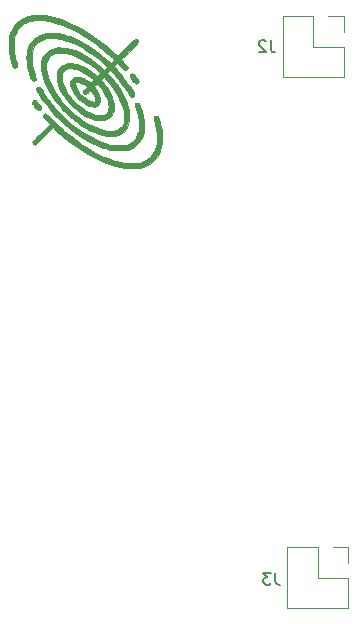
<source format=gbr>
%TF.GenerationSoftware,KiCad,Pcbnew,(5.1.10)-1*%
%TF.CreationDate,2021-12-27T15:37:09-03:00*%
%TF.ProjectId,pwr_supply,7077725f-7375-4707-906c-792e6b696361,rev?*%
%TF.SameCoordinates,Original*%
%TF.FileFunction,Legend,Bot*%
%TF.FilePolarity,Positive*%
%FSLAX46Y46*%
G04 Gerber Fmt 4.6, Leading zero omitted, Abs format (unit mm)*
G04 Created by KiCad (PCBNEW (5.1.10)-1) date 2021-12-27 15:37:09*
%MOMM*%
%LPD*%
G01*
G04 APERTURE LIST*
%ADD10C,0.010000*%
%ADD11C,0.120000*%
%ADD12C,0.150000*%
G04 APERTURE END LIST*
D10*
%TO.C,G\u002A\u002A\u002A*%
G36*
X134750278Y-66373152D02*
G01*
X134689484Y-66304002D01*
X134598385Y-66270483D01*
X134567725Y-66268600D01*
X134543686Y-66270835D01*
X134516959Y-66279708D01*
X134483900Y-66298469D01*
X134440864Y-66330371D01*
X134384209Y-66378666D01*
X134310289Y-66446603D01*
X134215461Y-66537435D01*
X134096082Y-66654414D01*
X133948506Y-66800791D01*
X133769090Y-66979817D01*
X133756006Y-66992895D01*
X133031389Y-67717189D01*
X132750050Y-67455338D01*
X132193982Y-66959751D01*
X131630494Y-66500590D01*
X131062001Y-66079207D01*
X130490919Y-65696959D01*
X129919665Y-65355200D01*
X129350655Y-65055284D01*
X128786306Y-64798566D01*
X128229033Y-64586401D01*
X127681252Y-64420143D01*
X127145381Y-64301148D01*
X127114300Y-64295652D01*
X126977313Y-64276074D01*
X126821657Y-64262599D01*
X126637338Y-64254636D01*
X126414359Y-64251599D01*
X126365000Y-64251530D01*
X126130051Y-64254513D01*
X125933472Y-64264537D01*
X125763105Y-64283435D01*
X125606787Y-64313039D01*
X125452358Y-64355180D01*
X125287657Y-64411692D01*
X125277976Y-64415284D01*
X124973939Y-64554371D01*
X124701272Y-64732808D01*
X124461379Y-64948927D01*
X124255660Y-65201058D01*
X124085516Y-65487535D01*
X123952351Y-65806688D01*
X123872537Y-66088090D01*
X123845304Y-66244836D01*
X123825436Y-66437938D01*
X123813316Y-66653434D01*
X123809329Y-66877362D01*
X123813858Y-67095761D01*
X123827286Y-67294668D01*
X123837058Y-67379516D01*
X123911314Y-67816288D01*
X124017000Y-68249717D01*
X124095435Y-68510637D01*
X124147869Y-68615343D01*
X124220985Y-68681094D01*
X124306748Y-68704783D01*
X124397120Y-68683301D01*
X124449870Y-68647733D01*
X124486161Y-68609923D01*
X124507534Y-68566057D01*
X124513788Y-68507757D01*
X124504724Y-68426644D01*
X124480142Y-68314338D01*
X124439843Y-68162460D01*
X124438170Y-68156413D01*
X124372230Y-67907766D01*
X124322564Y-67692205D01*
X124287117Y-67495440D01*
X124263835Y-67303178D01*
X124250662Y-67101129D01*
X124245545Y-66875001D01*
X124245286Y-66814700D01*
X124245700Y-66637389D01*
X124248112Y-66500360D01*
X124253382Y-66393111D01*
X124262372Y-66305136D01*
X124275944Y-66225932D01*
X124294957Y-66144994D01*
X124302550Y-66116200D01*
X124405191Y-65810742D01*
X124539403Y-65544159D01*
X124706974Y-65314169D01*
X124909694Y-65118492D01*
X125149353Y-64954846D01*
X125260100Y-64895788D01*
X125405545Y-64827575D01*
X125538639Y-64775345D01*
X125669962Y-64737091D01*
X125810090Y-64710805D01*
X125969602Y-64694480D01*
X126159075Y-64686108D01*
X126377700Y-64683691D01*
X126560496Y-64684101D01*
X126704487Y-64686486D01*
X126821661Y-64691834D01*
X126924002Y-64701136D01*
X127023499Y-64715379D01*
X127132136Y-64735553D01*
X127215900Y-64752859D01*
X127772605Y-64894168D01*
X128337722Y-65084121D01*
X128909356Y-65321620D01*
X129485610Y-65605565D01*
X130064585Y-65934860D01*
X130644386Y-66308405D01*
X131223116Y-66725101D01*
X131798877Y-67183851D01*
X132369772Y-67683555D01*
X132524500Y-67826917D01*
X132727700Y-68017456D01*
X132440920Y-68307428D01*
X132162885Y-68054925D01*
X131643180Y-67608022D01*
X131117551Y-67205516D01*
X130587917Y-66848592D01*
X130056197Y-66538432D01*
X129524310Y-66276221D01*
X128994176Y-66063140D01*
X128854200Y-66015049D01*
X128612400Y-65937690D01*
X128404254Y-65878342D01*
X128216804Y-65834821D01*
X128037090Y-65804943D01*
X127852155Y-65786522D01*
X127649039Y-65777376D01*
X127431800Y-65775279D01*
X127257988Y-65775968D01*
X127124885Y-65778028D01*
X127022398Y-65782448D01*
X126940439Y-65790218D01*
X126868917Y-65802326D01*
X126797741Y-65819762D01*
X126716821Y-65843515D01*
X126707900Y-65846246D01*
X126439215Y-65946003D01*
X126205549Y-66071710D01*
X125994896Y-66230112D01*
X125945891Y-66274243D01*
X125742392Y-66494193D01*
X125580130Y-66738178D01*
X125458217Y-67008485D01*
X125375761Y-67307406D01*
X125331872Y-67637230D01*
X125323600Y-67875218D01*
X125333893Y-68135800D01*
X125362749Y-68413376D01*
X125407130Y-68684261D01*
X125452986Y-68884800D01*
X125500652Y-69053378D01*
X125553308Y-69221869D01*
X125607841Y-69381840D01*
X125661137Y-69524859D01*
X125710079Y-69642491D01*
X125751555Y-69726304D01*
X125777530Y-69763603D01*
X125860427Y-69814573D01*
X125952956Y-69818508D01*
X126030752Y-69783937D01*
X126076545Y-69746575D01*
X126105407Y-69705221D01*
X126117069Y-69652145D01*
X126111262Y-69579620D01*
X126087720Y-69479916D01*
X126046173Y-69345305D01*
X126011979Y-69243063D01*
X125929945Y-68990303D01*
X125867631Y-68769367D01*
X125822342Y-68566489D01*
X125791385Y-68367905D01*
X125772068Y-68159850D01*
X125762953Y-67970400D01*
X125758656Y-67808893D01*
X125758442Y-67684951D01*
X125763177Y-67585442D01*
X125773728Y-67497234D01*
X125790961Y-67407193D01*
X125803801Y-67351295D01*
X125884297Y-67101037D01*
X125998980Y-66873376D01*
X126143139Y-66675028D01*
X126312060Y-66512708D01*
X126461951Y-66413257D01*
X126634582Y-66328656D01*
X126801952Y-66268587D01*
X126979667Y-66229093D01*
X127183333Y-66206217D01*
X127304800Y-66199571D01*
X127569183Y-66196444D01*
X127812704Y-66211091D01*
X128055540Y-66245745D01*
X128317869Y-66302641D01*
X128381985Y-66318825D01*
X128796281Y-66445424D01*
X129226831Y-66614410D01*
X129667916Y-66822368D01*
X130113819Y-67065884D01*
X130558822Y-67341542D01*
X130997206Y-67645926D01*
X131423256Y-67975622D01*
X131831251Y-68327213D01*
X131986925Y-68472084D01*
X132135150Y-68613146D01*
X131879353Y-68868943D01*
X131681227Y-68691777D01*
X131297520Y-68366364D01*
X130911416Y-68073259D01*
X130525464Y-67813319D01*
X130142217Y-67587404D01*
X129764225Y-67396370D01*
X129394038Y-67241076D01*
X129034208Y-67122380D01*
X128687285Y-67041139D01*
X128355820Y-66998212D01*
X128042364Y-66994456D01*
X127749468Y-67030729D01*
X127479682Y-67107889D01*
X127268160Y-67207566D01*
X127056314Y-67355898D01*
X126882473Y-67534978D01*
X126746078Y-67742483D01*
X126646572Y-67976089D01*
X126583400Y-68233474D01*
X126556004Y-68512313D01*
X126563826Y-68810284D01*
X126606311Y-69125063D01*
X126682901Y-69454327D01*
X126793039Y-69795753D01*
X126936168Y-70147016D01*
X127111731Y-70505795D01*
X127319172Y-70869766D01*
X127557933Y-71236604D01*
X127827457Y-71603988D01*
X128127188Y-71969594D01*
X128456569Y-72331097D01*
X128509504Y-72385857D01*
X128866757Y-72733484D01*
X129232570Y-73052933D01*
X129604183Y-73343132D01*
X129978836Y-73603005D01*
X130353769Y-73831480D01*
X130726223Y-74027481D01*
X131093437Y-74189936D01*
X131452652Y-74317770D01*
X131801108Y-74409908D01*
X132136046Y-74465279D01*
X132416941Y-74480728D01*
X132416941Y-74050273D01*
X132246788Y-74044397D01*
X132084344Y-74030528D01*
X131944044Y-74008868D01*
X131927600Y-74005361D01*
X131565274Y-73904837D01*
X131186689Y-73761816D01*
X130797906Y-73579436D01*
X130404986Y-73360833D01*
X130013989Y-73109145D01*
X129630978Y-72827509D01*
X129590800Y-72795795D01*
X129453497Y-72680609D01*
X129291891Y-72535154D01*
X129114493Y-72367938D01*
X128929814Y-72187474D01*
X128746364Y-72002270D01*
X128572654Y-71820839D01*
X128417194Y-71651689D01*
X128288494Y-71503333D01*
X128245206Y-71450200D01*
X127999851Y-71123201D01*
X127773973Y-70785686D01*
X127570806Y-70444054D01*
X127393584Y-70104702D01*
X127245538Y-69774029D01*
X127129903Y-69458431D01*
X127049911Y-69164307D01*
X127025848Y-69037200D01*
X127009920Y-68939946D01*
X126996032Y-68859527D01*
X126986902Y-68811609D01*
X126986210Y-68808600D01*
X126980804Y-68748915D01*
X126981723Y-68653594D01*
X126987843Y-68537251D01*
X126998035Y-68414501D01*
X127011174Y-68299958D01*
X127026132Y-68208236D01*
X127035401Y-68170590D01*
X127125163Y-67953517D01*
X127249028Y-67773607D01*
X127408407Y-67629506D01*
X127604708Y-67519861D01*
X127774700Y-67460072D01*
X127881368Y-67440761D01*
X128023633Y-67430047D01*
X128187060Y-67427728D01*
X128357213Y-67433604D01*
X128519657Y-67447473D01*
X128659957Y-67469133D01*
X128676400Y-67472640D01*
X129026492Y-67569269D01*
X129393999Y-67706263D01*
X129770923Y-67879999D01*
X130149264Y-68086855D01*
X130451532Y-68276377D01*
X130668770Y-68426621D01*
X130890763Y-68590684D01*
X131105258Y-68758951D01*
X131300004Y-68921808D01*
X131462749Y-69069641D01*
X131464145Y-69070984D01*
X131572190Y-69174963D01*
X131452400Y-69296582D01*
X131389254Y-69358083D01*
X131339445Y-69401817D01*
X131314015Y-69418200D01*
X131288070Y-69402683D01*
X131232820Y-69360810D01*
X131157262Y-69299596D01*
X131097160Y-69249044D01*
X130831479Y-69040207D01*
X130545195Y-68847315D01*
X130249674Y-68676823D01*
X129956279Y-68535187D01*
X129676376Y-68428859D01*
X129625068Y-68413006D01*
X129416456Y-68364023D01*
X129197558Y-68335280D01*
X128982642Y-68327363D01*
X128785972Y-68340857D01*
X128634541Y-68372342D01*
X128416189Y-68461940D01*
X128234511Y-68586348D01*
X128090286Y-68744424D01*
X127984296Y-68935028D01*
X127917324Y-69157018D01*
X127890150Y-69409253D01*
X127889550Y-69460210D01*
X127914663Y-69771931D01*
X127987617Y-70093871D01*
X128107084Y-70423488D01*
X128271733Y-70758242D01*
X128480235Y-71095593D01*
X128731260Y-71433000D01*
X129023479Y-71767923D01*
X129183756Y-71932800D01*
X129488366Y-72212729D01*
X129807510Y-72463038D01*
X130135250Y-72680224D01*
X130465649Y-72860783D01*
X130792767Y-73001211D01*
X131110667Y-73098004D01*
X131187072Y-73114786D01*
X131378234Y-73141628D01*
X131579516Y-73149519D01*
X131656803Y-73145413D01*
X131656803Y-72718441D01*
X131527508Y-72714948D01*
X131502595Y-72713812D01*
X131322848Y-72698385D01*
X131154640Y-72667542D01*
X130985600Y-72617500D01*
X130803357Y-72544477D01*
X130595540Y-72444690D01*
X130556000Y-72424391D01*
X130310876Y-72287523D01*
X130082375Y-72137444D01*
X129859467Y-71965823D01*
X129631124Y-71764334D01*
X129450961Y-71589900D01*
X129219699Y-71348007D01*
X129024555Y-71119052D01*
X128856933Y-70891865D01*
X128708238Y-70655272D01*
X128644928Y-70542240D01*
X128517150Y-70287632D01*
X128424098Y-70057012D01*
X128362764Y-69840357D01*
X128330138Y-69627645D01*
X128322720Y-69469000D01*
X128324198Y-69343641D01*
X128332107Y-69252473D01*
X128349041Y-69179036D01*
X128377594Y-69106867D01*
X128380919Y-69099663D01*
X128469123Y-68959760D01*
X128589160Y-68856181D01*
X128713053Y-68795103D01*
X128834036Y-68766648D01*
X128988726Y-68756871D01*
X129163951Y-68764892D01*
X129346536Y-68789826D01*
X129523308Y-68830790D01*
X129598033Y-68854422D01*
X129789084Y-68930384D01*
X129999744Y-69030082D01*
X130211363Y-69143830D01*
X130405289Y-69261945D01*
X130478745Y-69311771D01*
X130575959Y-69382719D01*
X130678948Y-69461832D01*
X130779163Y-69542058D01*
X130868054Y-69616341D01*
X130937072Y-69677627D01*
X130977667Y-69718862D01*
X130984371Y-69728963D01*
X130972482Y-69756908D01*
X130934658Y-69806776D01*
X130882380Y-69866128D01*
X130827126Y-69922526D01*
X130780378Y-69963529D01*
X130755455Y-69977000D01*
X130728112Y-69963016D01*
X130669799Y-69925429D01*
X130590431Y-69870784D01*
X130538494Y-69833737D01*
X130312092Y-69687141D01*
X130093069Y-69578069D01*
X129884899Y-69506640D01*
X129691053Y-69472977D01*
X129515003Y-69477200D01*
X129360224Y-69519428D01*
X129230186Y-69599783D01*
X129128362Y-69718386D01*
X129093015Y-69783528D01*
X129044110Y-69947198D01*
X129037732Y-70131355D01*
X129072120Y-70331611D01*
X129145509Y-70543577D01*
X129256136Y-70762863D01*
X129402237Y-70985081D01*
X129582047Y-71205843D01*
X129724317Y-71354503D01*
X129937581Y-71544499D01*
X130158028Y-71705082D01*
X130380174Y-71833891D01*
X130598537Y-71928565D01*
X130807633Y-71986744D01*
X131001978Y-72006068D01*
X131036243Y-72001760D01*
X131036243Y-71576474D01*
X130937081Y-71575041D01*
X130813763Y-71549238D01*
X130675479Y-71500768D01*
X130574080Y-71453951D01*
X130329424Y-71305942D01*
X130098040Y-71120976D01*
X129888235Y-70907996D01*
X129708315Y-70675947D01*
X129566586Y-70433771D01*
X129512169Y-70310483D01*
X129480986Y-70204485D01*
X129466651Y-70097889D01*
X129469545Y-70004981D01*
X129490048Y-69940049D01*
X129501939Y-69926169D01*
X129558345Y-69906693D01*
X129655930Y-69904423D01*
X129679477Y-69906076D01*
X129790912Y-69928919D01*
X129926198Y-69977013D01*
X130070072Y-70043199D01*
X130207269Y-70120317D01*
X130322523Y-70201210D01*
X130340100Y-70215913D01*
X130441700Y-70303776D01*
X130270250Y-70477576D01*
X130187588Y-70564169D01*
X130136024Y-70627100D01*
X130108823Y-70676604D01*
X130099245Y-70722916D01*
X130098800Y-70738001D01*
X130120600Y-70835910D01*
X130180376Y-70906208D01*
X130269691Y-70940308D01*
X130299441Y-70942200D01*
X130348060Y-70937217D01*
X130394812Y-70917661D01*
X130450362Y-70876624D01*
X130525377Y-70807198D01*
X130559124Y-70774001D01*
X130635159Y-70702794D01*
X130699623Y-70650223D01*
X130743322Y-70623406D01*
X130755188Y-70622221D01*
X130790333Y-70658091D01*
X130841741Y-70727592D01*
X130902300Y-70819251D01*
X130964901Y-70921596D01*
X131022432Y-71023153D01*
X131067783Y-71112451D01*
X131087066Y-71157690D01*
X131122441Y-71278173D01*
X131138213Y-71390903D01*
X131133922Y-71483818D01*
X131109109Y-71544855D01*
X131102062Y-71551832D01*
X131036243Y-71576474D01*
X131036243Y-72001760D01*
X131176089Y-71984175D01*
X131182817Y-71982336D01*
X131303343Y-71926761D01*
X131414081Y-71836964D01*
X131500315Y-71727111D01*
X131540763Y-71637754D01*
X131569768Y-71454673D01*
X131554616Y-71252599D01*
X131496469Y-71035489D01*
X131396489Y-70807302D01*
X131255840Y-70571994D01*
X131207264Y-70502507D01*
X131145709Y-70415452D01*
X131097401Y-70343684D01*
X131068888Y-70297116D01*
X131064000Y-70285546D01*
X131081293Y-70255685D01*
X131124878Y-70207260D01*
X131182316Y-70151752D01*
X131241168Y-70100640D01*
X131288996Y-70065406D01*
X131312038Y-70056630D01*
X131338515Y-70079284D01*
X131387903Y-70131549D01*
X131451075Y-70203611D01*
X131474175Y-70231000D01*
X131713356Y-70540791D01*
X131912356Y-70848257D01*
X132069832Y-71150327D01*
X132184438Y-71443931D01*
X132254831Y-71725999D01*
X132279666Y-71993460D01*
X132278187Y-72067167D01*
X132256479Y-72258908D01*
X132208866Y-72410971D01*
X132131532Y-72529423D01*
X132020661Y-72620334D01*
X131890948Y-72682898D01*
X131824920Y-72703498D01*
X131751406Y-72714985D01*
X131656803Y-72718441D01*
X131656803Y-73145413D01*
X131775469Y-73139107D01*
X131950645Y-73111043D01*
X132061003Y-73078064D01*
X132258339Y-72976992D01*
X132419973Y-72843046D01*
X132546111Y-72679288D01*
X132636961Y-72488777D01*
X132692727Y-72274575D01*
X132713615Y-72039742D01*
X132699833Y-71787340D01*
X132651587Y-71520428D01*
X132569081Y-71242068D01*
X132452523Y-70955319D01*
X132302118Y-70663244D01*
X132118074Y-70368903D01*
X131900595Y-70075356D01*
X131855005Y-70019312D01*
X131783479Y-69932497D01*
X131718665Y-69853526D01*
X131671624Y-69795883D01*
X131662103Y-69784110D01*
X131612506Y-69722497D01*
X131737021Y-69596082D01*
X131861535Y-69469666D01*
X131923023Y-69526483D01*
X131996154Y-69601151D01*
X132091727Y-69709261D01*
X132203190Y-69842539D01*
X132323991Y-69992715D01*
X132447580Y-70151515D01*
X132567404Y-70310667D01*
X132676912Y-70461900D01*
X132763172Y-70587311D01*
X132999708Y-70967905D01*
X133199952Y-71342556D01*
X133362522Y-71707612D01*
X133486032Y-72059423D01*
X133569099Y-72394337D01*
X133610339Y-72708704D01*
X133614858Y-72834500D01*
X133609072Y-73041064D01*
X133587391Y-73213106D01*
X133546806Y-73365243D01*
X133484308Y-73512094D01*
X133469352Y-73541281D01*
X133352048Y-73710775D01*
X133194478Y-73850266D01*
X132998185Y-73958603D01*
X132829300Y-74017929D01*
X132722633Y-74037240D01*
X132580368Y-74047954D01*
X132416941Y-74050273D01*
X132416941Y-74480728D01*
X132454704Y-74482806D01*
X132754325Y-74461417D01*
X133032148Y-74400038D01*
X133285413Y-74297593D01*
X133342542Y-74266602D01*
X133550781Y-74119339D01*
X133723511Y-73937472D01*
X133860073Y-73723355D01*
X133959808Y-73479344D01*
X134022058Y-73207794D01*
X134046166Y-72911059D01*
X134031472Y-72591495D01*
X133977318Y-72251457D01*
X133944854Y-72111792D01*
X133813264Y-71684087D01*
X133633112Y-71248860D01*
X133405693Y-70808344D01*
X133132299Y-70364770D01*
X132814226Y-69920370D01*
X132452765Y-69477373D01*
X132349224Y-69359774D01*
X132172058Y-69161648D01*
X132427793Y-68905913D01*
X132657896Y-69155707D01*
X133104751Y-69674455D01*
X133522793Y-70227767D01*
X133894376Y-70789800D01*
X133966815Y-70905041D01*
X134033050Y-71006152D01*
X134087192Y-71084449D01*
X134123349Y-71131246D01*
X134131260Y-71139050D01*
X134197416Y-71164599D01*
X134281104Y-71167197D01*
X134354586Y-71146938D01*
X134368202Y-71138243D01*
X134427538Y-71069530D01*
X134458159Y-70986426D01*
X134456727Y-70927733D01*
X134434326Y-70873451D01*
X134387579Y-70784875D01*
X134321080Y-70669461D01*
X134239422Y-70534666D01*
X134147197Y-70387948D01*
X134048999Y-70236763D01*
X133949422Y-70088568D01*
X133866927Y-69970241D01*
X133606202Y-69619959D01*
X133319610Y-69263805D01*
X133024305Y-68922924D01*
X132959540Y-68851720D01*
X132730914Y-68602739D01*
X133020102Y-68313551D01*
X133305701Y-68612321D01*
X133427476Y-68737336D01*
X133522174Y-68826773D01*
X133596033Y-68883401D01*
X133655291Y-68909993D01*
X133706188Y-68909319D01*
X133754962Y-68884150D01*
X133807850Y-68837257D01*
X133809154Y-68835954D01*
X133855375Y-68783565D01*
X133880881Y-68733822D01*
X133883127Y-68680666D01*
X133859571Y-68618041D01*
X133807671Y-68539889D01*
X133724883Y-68440151D01*
X133608665Y-68312771D01*
X133574019Y-68275823D01*
X133323678Y-68009746D01*
X134048039Y-67285062D01*
X134228993Y-67103795D01*
X134377130Y-66954621D01*
X134495715Y-66833867D01*
X134588007Y-66737862D01*
X134657270Y-66662935D01*
X134706766Y-66605413D01*
X134739755Y-66561626D01*
X134759501Y-66527901D01*
X134769264Y-66500567D01*
X134772307Y-66475952D01*
X134772401Y-66469717D01*
X134750278Y-66373152D01*
G37*
X134750278Y-66373152D02*
X134689484Y-66304002D01*
X134598385Y-66270483D01*
X134567725Y-66268600D01*
X134543686Y-66270835D01*
X134516959Y-66279708D01*
X134483900Y-66298469D01*
X134440864Y-66330371D01*
X134384209Y-66378666D01*
X134310289Y-66446603D01*
X134215461Y-66537435D01*
X134096082Y-66654414D01*
X133948506Y-66800791D01*
X133769090Y-66979817D01*
X133756006Y-66992895D01*
X133031389Y-67717189D01*
X132750050Y-67455338D01*
X132193982Y-66959751D01*
X131630494Y-66500590D01*
X131062001Y-66079207D01*
X130490919Y-65696959D01*
X129919665Y-65355200D01*
X129350655Y-65055284D01*
X128786306Y-64798566D01*
X128229033Y-64586401D01*
X127681252Y-64420143D01*
X127145381Y-64301148D01*
X127114300Y-64295652D01*
X126977313Y-64276074D01*
X126821657Y-64262599D01*
X126637338Y-64254636D01*
X126414359Y-64251599D01*
X126365000Y-64251530D01*
X126130051Y-64254513D01*
X125933472Y-64264537D01*
X125763105Y-64283435D01*
X125606787Y-64313039D01*
X125452358Y-64355180D01*
X125287657Y-64411692D01*
X125277976Y-64415284D01*
X124973939Y-64554371D01*
X124701272Y-64732808D01*
X124461379Y-64948927D01*
X124255660Y-65201058D01*
X124085516Y-65487535D01*
X123952351Y-65806688D01*
X123872537Y-66088090D01*
X123845304Y-66244836D01*
X123825436Y-66437938D01*
X123813316Y-66653434D01*
X123809329Y-66877362D01*
X123813858Y-67095761D01*
X123827286Y-67294668D01*
X123837058Y-67379516D01*
X123911314Y-67816288D01*
X124017000Y-68249717D01*
X124095435Y-68510637D01*
X124147869Y-68615343D01*
X124220985Y-68681094D01*
X124306748Y-68704783D01*
X124397120Y-68683301D01*
X124449870Y-68647733D01*
X124486161Y-68609923D01*
X124507534Y-68566057D01*
X124513788Y-68507757D01*
X124504724Y-68426644D01*
X124480142Y-68314338D01*
X124439843Y-68162460D01*
X124438170Y-68156413D01*
X124372230Y-67907766D01*
X124322564Y-67692205D01*
X124287117Y-67495440D01*
X124263835Y-67303178D01*
X124250662Y-67101129D01*
X124245545Y-66875001D01*
X124245286Y-66814700D01*
X124245700Y-66637389D01*
X124248112Y-66500360D01*
X124253382Y-66393111D01*
X124262372Y-66305136D01*
X124275944Y-66225932D01*
X124294957Y-66144994D01*
X124302550Y-66116200D01*
X124405191Y-65810742D01*
X124539403Y-65544159D01*
X124706974Y-65314169D01*
X124909694Y-65118492D01*
X125149353Y-64954846D01*
X125260100Y-64895788D01*
X125405545Y-64827575D01*
X125538639Y-64775345D01*
X125669962Y-64737091D01*
X125810090Y-64710805D01*
X125969602Y-64694480D01*
X126159075Y-64686108D01*
X126377700Y-64683691D01*
X126560496Y-64684101D01*
X126704487Y-64686486D01*
X126821661Y-64691834D01*
X126924002Y-64701136D01*
X127023499Y-64715379D01*
X127132136Y-64735553D01*
X127215900Y-64752859D01*
X127772605Y-64894168D01*
X128337722Y-65084121D01*
X128909356Y-65321620D01*
X129485610Y-65605565D01*
X130064585Y-65934860D01*
X130644386Y-66308405D01*
X131223116Y-66725101D01*
X131798877Y-67183851D01*
X132369772Y-67683555D01*
X132524500Y-67826917D01*
X132727700Y-68017456D01*
X132440920Y-68307428D01*
X132162885Y-68054925D01*
X131643180Y-67608022D01*
X131117551Y-67205516D01*
X130587917Y-66848592D01*
X130056197Y-66538432D01*
X129524310Y-66276221D01*
X128994176Y-66063140D01*
X128854200Y-66015049D01*
X128612400Y-65937690D01*
X128404254Y-65878342D01*
X128216804Y-65834821D01*
X128037090Y-65804943D01*
X127852155Y-65786522D01*
X127649039Y-65777376D01*
X127431800Y-65775279D01*
X127257988Y-65775968D01*
X127124885Y-65778028D01*
X127022398Y-65782448D01*
X126940439Y-65790218D01*
X126868917Y-65802326D01*
X126797741Y-65819762D01*
X126716821Y-65843515D01*
X126707900Y-65846246D01*
X126439215Y-65946003D01*
X126205549Y-66071710D01*
X125994896Y-66230112D01*
X125945891Y-66274243D01*
X125742392Y-66494193D01*
X125580130Y-66738178D01*
X125458217Y-67008485D01*
X125375761Y-67307406D01*
X125331872Y-67637230D01*
X125323600Y-67875218D01*
X125333893Y-68135800D01*
X125362749Y-68413376D01*
X125407130Y-68684261D01*
X125452986Y-68884800D01*
X125500652Y-69053378D01*
X125553308Y-69221869D01*
X125607841Y-69381840D01*
X125661137Y-69524859D01*
X125710079Y-69642491D01*
X125751555Y-69726304D01*
X125777530Y-69763603D01*
X125860427Y-69814573D01*
X125952956Y-69818508D01*
X126030752Y-69783937D01*
X126076545Y-69746575D01*
X126105407Y-69705221D01*
X126117069Y-69652145D01*
X126111262Y-69579620D01*
X126087720Y-69479916D01*
X126046173Y-69345305D01*
X126011979Y-69243063D01*
X125929945Y-68990303D01*
X125867631Y-68769367D01*
X125822342Y-68566489D01*
X125791385Y-68367905D01*
X125772068Y-68159850D01*
X125762953Y-67970400D01*
X125758656Y-67808893D01*
X125758442Y-67684951D01*
X125763177Y-67585442D01*
X125773728Y-67497234D01*
X125790961Y-67407193D01*
X125803801Y-67351295D01*
X125884297Y-67101037D01*
X125998980Y-66873376D01*
X126143139Y-66675028D01*
X126312060Y-66512708D01*
X126461951Y-66413257D01*
X126634582Y-66328656D01*
X126801952Y-66268587D01*
X126979667Y-66229093D01*
X127183333Y-66206217D01*
X127304800Y-66199571D01*
X127569183Y-66196444D01*
X127812704Y-66211091D01*
X128055540Y-66245745D01*
X128317869Y-66302641D01*
X128381985Y-66318825D01*
X128796281Y-66445424D01*
X129226831Y-66614410D01*
X129667916Y-66822368D01*
X130113819Y-67065884D01*
X130558822Y-67341542D01*
X130997206Y-67645926D01*
X131423256Y-67975622D01*
X131831251Y-68327213D01*
X131986925Y-68472084D01*
X132135150Y-68613146D01*
X131879353Y-68868943D01*
X131681227Y-68691777D01*
X131297520Y-68366364D01*
X130911416Y-68073259D01*
X130525464Y-67813319D01*
X130142217Y-67587404D01*
X129764225Y-67396370D01*
X129394038Y-67241076D01*
X129034208Y-67122380D01*
X128687285Y-67041139D01*
X128355820Y-66998212D01*
X128042364Y-66994456D01*
X127749468Y-67030729D01*
X127479682Y-67107889D01*
X127268160Y-67207566D01*
X127056314Y-67355898D01*
X126882473Y-67534978D01*
X126746078Y-67742483D01*
X126646572Y-67976089D01*
X126583400Y-68233474D01*
X126556004Y-68512313D01*
X126563826Y-68810284D01*
X126606311Y-69125063D01*
X126682901Y-69454327D01*
X126793039Y-69795753D01*
X126936168Y-70147016D01*
X127111731Y-70505795D01*
X127319172Y-70869766D01*
X127557933Y-71236604D01*
X127827457Y-71603988D01*
X128127188Y-71969594D01*
X128456569Y-72331097D01*
X128509504Y-72385857D01*
X128866757Y-72733484D01*
X129232570Y-73052933D01*
X129604183Y-73343132D01*
X129978836Y-73603005D01*
X130353769Y-73831480D01*
X130726223Y-74027481D01*
X131093437Y-74189936D01*
X131452652Y-74317770D01*
X131801108Y-74409908D01*
X132136046Y-74465279D01*
X132416941Y-74480728D01*
X132416941Y-74050273D01*
X132246788Y-74044397D01*
X132084344Y-74030528D01*
X131944044Y-74008868D01*
X131927600Y-74005361D01*
X131565274Y-73904837D01*
X131186689Y-73761816D01*
X130797906Y-73579436D01*
X130404986Y-73360833D01*
X130013989Y-73109145D01*
X129630978Y-72827509D01*
X129590800Y-72795795D01*
X129453497Y-72680609D01*
X129291891Y-72535154D01*
X129114493Y-72367938D01*
X128929814Y-72187474D01*
X128746364Y-72002270D01*
X128572654Y-71820839D01*
X128417194Y-71651689D01*
X128288494Y-71503333D01*
X128245206Y-71450200D01*
X127999851Y-71123201D01*
X127773973Y-70785686D01*
X127570806Y-70444054D01*
X127393584Y-70104702D01*
X127245538Y-69774029D01*
X127129903Y-69458431D01*
X127049911Y-69164307D01*
X127025848Y-69037200D01*
X127009920Y-68939946D01*
X126996032Y-68859527D01*
X126986902Y-68811609D01*
X126986210Y-68808600D01*
X126980804Y-68748915D01*
X126981723Y-68653594D01*
X126987843Y-68537251D01*
X126998035Y-68414501D01*
X127011174Y-68299958D01*
X127026132Y-68208236D01*
X127035401Y-68170590D01*
X127125163Y-67953517D01*
X127249028Y-67773607D01*
X127408407Y-67629506D01*
X127604708Y-67519861D01*
X127774700Y-67460072D01*
X127881368Y-67440761D01*
X128023633Y-67430047D01*
X128187060Y-67427728D01*
X128357213Y-67433604D01*
X128519657Y-67447473D01*
X128659957Y-67469133D01*
X128676400Y-67472640D01*
X129026492Y-67569269D01*
X129393999Y-67706263D01*
X129770923Y-67879999D01*
X130149264Y-68086855D01*
X130451532Y-68276377D01*
X130668770Y-68426621D01*
X130890763Y-68590684D01*
X131105258Y-68758951D01*
X131300004Y-68921808D01*
X131462749Y-69069641D01*
X131464145Y-69070984D01*
X131572190Y-69174963D01*
X131452400Y-69296582D01*
X131389254Y-69358083D01*
X131339445Y-69401817D01*
X131314015Y-69418200D01*
X131288070Y-69402683D01*
X131232820Y-69360810D01*
X131157262Y-69299596D01*
X131097160Y-69249044D01*
X130831479Y-69040207D01*
X130545195Y-68847315D01*
X130249674Y-68676823D01*
X129956279Y-68535187D01*
X129676376Y-68428859D01*
X129625068Y-68413006D01*
X129416456Y-68364023D01*
X129197558Y-68335280D01*
X128982642Y-68327363D01*
X128785972Y-68340857D01*
X128634541Y-68372342D01*
X128416189Y-68461940D01*
X128234511Y-68586348D01*
X128090286Y-68744424D01*
X127984296Y-68935028D01*
X127917324Y-69157018D01*
X127890150Y-69409253D01*
X127889550Y-69460210D01*
X127914663Y-69771931D01*
X127987617Y-70093871D01*
X128107084Y-70423488D01*
X128271733Y-70758242D01*
X128480235Y-71095593D01*
X128731260Y-71433000D01*
X129023479Y-71767923D01*
X129183756Y-71932800D01*
X129488366Y-72212729D01*
X129807510Y-72463038D01*
X130135250Y-72680224D01*
X130465649Y-72860783D01*
X130792767Y-73001211D01*
X131110667Y-73098004D01*
X131187072Y-73114786D01*
X131378234Y-73141628D01*
X131579516Y-73149519D01*
X131656803Y-73145413D01*
X131656803Y-72718441D01*
X131527508Y-72714948D01*
X131502595Y-72713812D01*
X131322848Y-72698385D01*
X131154640Y-72667542D01*
X130985600Y-72617500D01*
X130803357Y-72544477D01*
X130595540Y-72444690D01*
X130556000Y-72424391D01*
X130310876Y-72287523D01*
X130082375Y-72137444D01*
X129859467Y-71965823D01*
X129631124Y-71764334D01*
X129450961Y-71589900D01*
X129219699Y-71348007D01*
X129024555Y-71119052D01*
X128856933Y-70891865D01*
X128708238Y-70655272D01*
X128644928Y-70542240D01*
X128517150Y-70287632D01*
X128424098Y-70057012D01*
X128362764Y-69840357D01*
X128330138Y-69627645D01*
X128322720Y-69469000D01*
X128324198Y-69343641D01*
X128332107Y-69252473D01*
X128349041Y-69179036D01*
X128377594Y-69106867D01*
X128380919Y-69099663D01*
X128469123Y-68959760D01*
X128589160Y-68856181D01*
X128713053Y-68795103D01*
X128834036Y-68766648D01*
X128988726Y-68756871D01*
X129163951Y-68764892D01*
X129346536Y-68789826D01*
X129523308Y-68830790D01*
X129598033Y-68854422D01*
X129789084Y-68930384D01*
X129999744Y-69030082D01*
X130211363Y-69143830D01*
X130405289Y-69261945D01*
X130478745Y-69311771D01*
X130575959Y-69382719D01*
X130678948Y-69461832D01*
X130779163Y-69542058D01*
X130868054Y-69616341D01*
X130937072Y-69677627D01*
X130977667Y-69718862D01*
X130984371Y-69728963D01*
X130972482Y-69756908D01*
X130934658Y-69806776D01*
X130882380Y-69866128D01*
X130827126Y-69922526D01*
X130780378Y-69963529D01*
X130755455Y-69977000D01*
X130728112Y-69963016D01*
X130669799Y-69925429D01*
X130590431Y-69870784D01*
X130538494Y-69833737D01*
X130312092Y-69687141D01*
X130093069Y-69578069D01*
X129884899Y-69506640D01*
X129691053Y-69472977D01*
X129515003Y-69477200D01*
X129360224Y-69519428D01*
X129230186Y-69599783D01*
X129128362Y-69718386D01*
X129093015Y-69783528D01*
X129044110Y-69947198D01*
X129037732Y-70131355D01*
X129072120Y-70331611D01*
X129145509Y-70543577D01*
X129256136Y-70762863D01*
X129402237Y-70985081D01*
X129582047Y-71205843D01*
X129724317Y-71354503D01*
X129937581Y-71544499D01*
X130158028Y-71705082D01*
X130380174Y-71833891D01*
X130598537Y-71928565D01*
X130807633Y-71986744D01*
X131001978Y-72006068D01*
X131036243Y-72001760D01*
X131036243Y-71576474D01*
X130937081Y-71575041D01*
X130813763Y-71549238D01*
X130675479Y-71500768D01*
X130574080Y-71453951D01*
X130329424Y-71305942D01*
X130098040Y-71120976D01*
X129888235Y-70907996D01*
X129708315Y-70675947D01*
X129566586Y-70433771D01*
X129512169Y-70310483D01*
X129480986Y-70204485D01*
X129466651Y-70097889D01*
X129469545Y-70004981D01*
X129490048Y-69940049D01*
X129501939Y-69926169D01*
X129558345Y-69906693D01*
X129655930Y-69904423D01*
X129679477Y-69906076D01*
X129790912Y-69928919D01*
X129926198Y-69977013D01*
X130070072Y-70043199D01*
X130207269Y-70120317D01*
X130322523Y-70201210D01*
X130340100Y-70215913D01*
X130441700Y-70303776D01*
X130270250Y-70477576D01*
X130187588Y-70564169D01*
X130136024Y-70627100D01*
X130108823Y-70676604D01*
X130099245Y-70722916D01*
X130098800Y-70738001D01*
X130120600Y-70835910D01*
X130180376Y-70906208D01*
X130269691Y-70940308D01*
X130299441Y-70942200D01*
X130348060Y-70937217D01*
X130394812Y-70917661D01*
X130450362Y-70876624D01*
X130525377Y-70807198D01*
X130559124Y-70774001D01*
X130635159Y-70702794D01*
X130699623Y-70650223D01*
X130743322Y-70623406D01*
X130755188Y-70622221D01*
X130790333Y-70658091D01*
X130841741Y-70727592D01*
X130902300Y-70819251D01*
X130964901Y-70921596D01*
X131022432Y-71023153D01*
X131067783Y-71112451D01*
X131087066Y-71157690D01*
X131122441Y-71278173D01*
X131138213Y-71390903D01*
X131133922Y-71483818D01*
X131109109Y-71544855D01*
X131102062Y-71551832D01*
X131036243Y-71576474D01*
X131036243Y-72001760D01*
X131176089Y-71984175D01*
X131182817Y-71982336D01*
X131303343Y-71926761D01*
X131414081Y-71836964D01*
X131500315Y-71727111D01*
X131540763Y-71637754D01*
X131569768Y-71454673D01*
X131554616Y-71252599D01*
X131496469Y-71035489D01*
X131396489Y-70807302D01*
X131255840Y-70571994D01*
X131207264Y-70502507D01*
X131145709Y-70415452D01*
X131097401Y-70343684D01*
X131068888Y-70297116D01*
X131064000Y-70285546D01*
X131081293Y-70255685D01*
X131124878Y-70207260D01*
X131182316Y-70151752D01*
X131241168Y-70100640D01*
X131288996Y-70065406D01*
X131312038Y-70056630D01*
X131338515Y-70079284D01*
X131387903Y-70131549D01*
X131451075Y-70203611D01*
X131474175Y-70231000D01*
X131713356Y-70540791D01*
X131912356Y-70848257D01*
X132069832Y-71150327D01*
X132184438Y-71443931D01*
X132254831Y-71725999D01*
X132279666Y-71993460D01*
X132278187Y-72067167D01*
X132256479Y-72258908D01*
X132208866Y-72410971D01*
X132131532Y-72529423D01*
X132020661Y-72620334D01*
X131890948Y-72682898D01*
X131824920Y-72703498D01*
X131751406Y-72714985D01*
X131656803Y-72718441D01*
X131656803Y-73145413D01*
X131775469Y-73139107D01*
X131950645Y-73111043D01*
X132061003Y-73078064D01*
X132258339Y-72976992D01*
X132419973Y-72843046D01*
X132546111Y-72679288D01*
X132636961Y-72488777D01*
X132692727Y-72274575D01*
X132713615Y-72039742D01*
X132699833Y-71787340D01*
X132651587Y-71520428D01*
X132569081Y-71242068D01*
X132452523Y-70955319D01*
X132302118Y-70663244D01*
X132118074Y-70368903D01*
X131900595Y-70075356D01*
X131855005Y-70019312D01*
X131783479Y-69932497D01*
X131718665Y-69853526D01*
X131671624Y-69795883D01*
X131662103Y-69784110D01*
X131612506Y-69722497D01*
X131737021Y-69596082D01*
X131861535Y-69469666D01*
X131923023Y-69526483D01*
X131996154Y-69601151D01*
X132091727Y-69709261D01*
X132203190Y-69842539D01*
X132323991Y-69992715D01*
X132447580Y-70151515D01*
X132567404Y-70310667D01*
X132676912Y-70461900D01*
X132763172Y-70587311D01*
X132999708Y-70967905D01*
X133199952Y-71342556D01*
X133362522Y-71707612D01*
X133486032Y-72059423D01*
X133569099Y-72394337D01*
X133610339Y-72708704D01*
X133614858Y-72834500D01*
X133609072Y-73041064D01*
X133587391Y-73213106D01*
X133546806Y-73365243D01*
X133484308Y-73512094D01*
X133469352Y-73541281D01*
X133352048Y-73710775D01*
X133194478Y-73850266D01*
X132998185Y-73958603D01*
X132829300Y-74017929D01*
X132722633Y-74037240D01*
X132580368Y-74047954D01*
X132416941Y-74050273D01*
X132416941Y-74480728D01*
X132454704Y-74482806D01*
X132754325Y-74461417D01*
X133032148Y-74400038D01*
X133285413Y-74297593D01*
X133342542Y-74266602D01*
X133550781Y-74119339D01*
X133723511Y-73937472D01*
X133860073Y-73723355D01*
X133959808Y-73479344D01*
X134022058Y-73207794D01*
X134046166Y-72911059D01*
X134031472Y-72591495D01*
X133977318Y-72251457D01*
X133944854Y-72111792D01*
X133813264Y-71684087D01*
X133633112Y-71248860D01*
X133405693Y-70808344D01*
X133132299Y-70364770D01*
X132814226Y-69920370D01*
X132452765Y-69477373D01*
X132349224Y-69359774D01*
X132172058Y-69161648D01*
X132427793Y-68905913D01*
X132657896Y-69155707D01*
X133104751Y-69674455D01*
X133522793Y-70227767D01*
X133894376Y-70789800D01*
X133966815Y-70905041D01*
X134033050Y-71006152D01*
X134087192Y-71084449D01*
X134123349Y-71131246D01*
X134131260Y-71139050D01*
X134197416Y-71164599D01*
X134281104Y-71167197D01*
X134354586Y-71146938D01*
X134368202Y-71138243D01*
X134427538Y-71069530D01*
X134458159Y-70986426D01*
X134456727Y-70927733D01*
X134434326Y-70873451D01*
X134387579Y-70784875D01*
X134321080Y-70669461D01*
X134239422Y-70534666D01*
X134147197Y-70387948D01*
X134048999Y-70236763D01*
X133949422Y-70088568D01*
X133866927Y-69970241D01*
X133606202Y-69619959D01*
X133319610Y-69263805D01*
X133024305Y-68922924D01*
X132959540Y-68851720D01*
X132730914Y-68602739D01*
X133020102Y-68313551D01*
X133305701Y-68612321D01*
X133427476Y-68737336D01*
X133522174Y-68826773D01*
X133596033Y-68883401D01*
X133655291Y-68909993D01*
X133706188Y-68909319D01*
X133754962Y-68884150D01*
X133807850Y-68837257D01*
X133809154Y-68835954D01*
X133855375Y-68783565D01*
X133880881Y-68733822D01*
X133883127Y-68680666D01*
X133859571Y-68618041D01*
X133807671Y-68539889D01*
X133724883Y-68440151D01*
X133608665Y-68312771D01*
X133574019Y-68275823D01*
X133323678Y-68009746D01*
X134048039Y-67285062D01*
X134228993Y-67103795D01*
X134377130Y-66954621D01*
X134495715Y-66833867D01*
X134588007Y-66737862D01*
X134657270Y-66662935D01*
X134706766Y-66605413D01*
X134739755Y-66561626D01*
X134759501Y-66527901D01*
X134769264Y-66500567D01*
X134772307Y-66475952D01*
X134772401Y-66469717D01*
X134750278Y-66373152D01*
G36*
X126543714Y-72024103D02*
G01*
X126515234Y-71972216D01*
X126461854Y-71893203D01*
X126392159Y-71798138D01*
X126314739Y-71698096D01*
X126238178Y-71604150D01*
X126171064Y-71527375D01*
X126121983Y-71478845D01*
X126119149Y-71476558D01*
X126054834Y-71439750D01*
X125994691Y-71424800D01*
X125918281Y-71447160D01*
X125851729Y-71504232D01*
X125805552Y-71581002D01*
X125790265Y-71662457D01*
X125798988Y-71704200D01*
X125821645Y-71742637D01*
X125868122Y-71810271D01*
X125930562Y-71896582D01*
X126001111Y-71991054D01*
X126071912Y-72083167D01*
X126135109Y-72162403D01*
X126182847Y-72218242D01*
X126183131Y-72218550D01*
X126259979Y-72272658D01*
X126344881Y-72288250D01*
X126427400Y-72270956D01*
X126497101Y-72226403D01*
X126543546Y-72160218D01*
X126556299Y-72078031D01*
X126543714Y-72024103D01*
G37*
X126543714Y-72024103D02*
X126515234Y-71972216D01*
X126461854Y-71893203D01*
X126392159Y-71798138D01*
X126314739Y-71698096D01*
X126238178Y-71604150D01*
X126171064Y-71527375D01*
X126121983Y-71478845D01*
X126119149Y-71476558D01*
X126054834Y-71439750D01*
X125994691Y-71424800D01*
X125918281Y-71447160D01*
X125851729Y-71504232D01*
X125805552Y-71581002D01*
X125790265Y-71662457D01*
X125798988Y-71704200D01*
X125821645Y-71742637D01*
X125868122Y-71810271D01*
X125930562Y-71896582D01*
X126001111Y-71991054D01*
X126071912Y-72083167D01*
X126135109Y-72162403D01*
X126182847Y-72218242D01*
X126183131Y-72218550D01*
X126259979Y-72272658D01*
X126344881Y-72288250D01*
X126427400Y-72270956D01*
X126497101Y-72226403D01*
X126543546Y-72160218D01*
X126556299Y-72078031D01*
X126543714Y-72024103D01*
G36*
X136788534Y-74650600D02*
G01*
X136780922Y-74325123D01*
X136758373Y-74034798D01*
X136719102Y-73765712D01*
X136661327Y-73503952D01*
X136624273Y-73369173D01*
X136588425Y-73246299D01*
X136549156Y-73111665D01*
X136522068Y-73018764D01*
X136489708Y-72920540D01*
X136458009Y-72859188D01*
X136419161Y-72821491D01*
X136398220Y-72809214D01*
X136302238Y-72775095D01*
X136222794Y-72784942D01*
X136155546Y-72833346D01*
X136119602Y-72878866D01*
X136100054Y-72932975D01*
X136097121Y-73004203D01*
X136111019Y-73101081D01*
X136141968Y-73232139D01*
X136168229Y-73328643D01*
X136235698Y-73581982D01*
X136285943Y-73803811D01*
X136321167Y-74009556D01*
X136343571Y-74214648D01*
X136355356Y-74434513D01*
X136358715Y-74663300D01*
X136358312Y-74840329D01*
X136355930Y-74977061D01*
X136350704Y-75083988D01*
X136341771Y-75171603D01*
X136328263Y-75250398D01*
X136309317Y-75330863D01*
X136301123Y-75361800D01*
X136195293Y-75671734D01*
X136055009Y-75944390D01*
X135879725Y-76180323D01*
X135668892Y-76380085D01*
X135421962Y-76544228D01*
X135138388Y-76673307D01*
X134937500Y-76737747D01*
X134859822Y-76757558D01*
X134784951Y-76772161D01*
X134703088Y-76782335D01*
X134604432Y-76788859D01*
X134479186Y-76792513D01*
X134317550Y-76794076D01*
X134226300Y-76794310D01*
X134043505Y-76793900D01*
X133899514Y-76791515D01*
X133782340Y-76786167D01*
X133679999Y-76776865D01*
X133580502Y-76762622D01*
X133471865Y-76742448D01*
X133388100Y-76725142D01*
X132821139Y-76581168D01*
X132247133Y-76387611D01*
X131667119Y-76145044D01*
X131082136Y-75854035D01*
X130493222Y-75515157D01*
X129901417Y-75128980D01*
X129307757Y-74696074D01*
X128713282Y-74217011D01*
X128513958Y-74046152D01*
X128417808Y-73959904D01*
X128293514Y-73844435D01*
X128148464Y-73706831D01*
X127990045Y-73554178D01*
X127825644Y-73393561D01*
X127662649Y-73232068D01*
X127603880Y-73173213D01*
X127431482Y-73000344D01*
X127290735Y-72860877D01*
X127177540Y-72752122D01*
X127087798Y-72671386D01*
X127017411Y-72615981D01*
X126962281Y-72583215D01*
X126918310Y-72570397D01*
X126881399Y-72574837D01*
X126847449Y-72593843D01*
X126812364Y-72624726D01*
X126794847Y-72642047D01*
X126748507Y-72694631D01*
X126723020Y-72744582D01*
X126720934Y-72797944D01*
X126744797Y-72860761D01*
X126797157Y-72939081D01*
X126880562Y-73038946D01*
X126997560Y-73166404D01*
X127030630Y-73201464D01*
X127281750Y-73466827D01*
X126556675Y-74192225D01*
X126375625Y-74373588D01*
X126227392Y-74522857D01*
X126108716Y-74643700D01*
X126016336Y-74739787D01*
X125946991Y-74814787D01*
X125897423Y-74872371D01*
X125864369Y-74916206D01*
X125844571Y-74949964D01*
X125834767Y-74977312D01*
X125831698Y-75001922D01*
X125831600Y-75008284D01*
X125851624Y-75102929D01*
X125890388Y-75154173D01*
X125973807Y-75200445D01*
X126036276Y-75209400D01*
X126060315Y-75207166D01*
X126087042Y-75198293D01*
X126120101Y-75179532D01*
X126163137Y-75147630D01*
X126219792Y-75099335D01*
X126293712Y-75031398D01*
X126388540Y-74940566D01*
X126507919Y-74823587D01*
X126655495Y-74677210D01*
X126834911Y-74498184D01*
X126847995Y-74485106D01*
X127572612Y-73760812D01*
X127860207Y-74028486D01*
X128351029Y-74467697D01*
X128847973Y-74878151D01*
X129348829Y-75258951D01*
X129851388Y-75609199D01*
X130353443Y-75927997D01*
X130852783Y-76214447D01*
X131347200Y-76467652D01*
X131834484Y-76686713D01*
X132312428Y-76870734D01*
X132778821Y-77018816D01*
X133231455Y-77130062D01*
X133668120Y-77203573D01*
X134086609Y-77238453D01*
X134484712Y-77233803D01*
X134860219Y-77188726D01*
X135210922Y-77102323D01*
X135326025Y-77062665D01*
X135630456Y-76923721D01*
X135902786Y-76745776D01*
X136142087Y-76529942D01*
X136347431Y-76277327D01*
X136517889Y-75989044D01*
X136652535Y-75666201D01*
X136735675Y-75376009D01*
X136755442Y-75283927D01*
X136769786Y-75194657D01*
X136779487Y-75097490D01*
X136785325Y-74981718D01*
X136788081Y-74836634D01*
X136788536Y-74651527D01*
X136788534Y-74650600D01*
G37*
X136788534Y-74650600D02*
X136780922Y-74325123D01*
X136758373Y-74034798D01*
X136719102Y-73765712D01*
X136661327Y-73503952D01*
X136624273Y-73369173D01*
X136588425Y-73246299D01*
X136549156Y-73111665D01*
X136522068Y-73018764D01*
X136489708Y-72920540D01*
X136458009Y-72859188D01*
X136419161Y-72821491D01*
X136398220Y-72809214D01*
X136302238Y-72775095D01*
X136222794Y-72784942D01*
X136155546Y-72833346D01*
X136119602Y-72878866D01*
X136100054Y-72932975D01*
X136097121Y-73004203D01*
X136111019Y-73101081D01*
X136141968Y-73232139D01*
X136168229Y-73328643D01*
X136235698Y-73581982D01*
X136285943Y-73803811D01*
X136321167Y-74009556D01*
X136343571Y-74214648D01*
X136355356Y-74434513D01*
X136358715Y-74663300D01*
X136358312Y-74840329D01*
X136355930Y-74977061D01*
X136350704Y-75083988D01*
X136341771Y-75171603D01*
X136328263Y-75250398D01*
X136309317Y-75330863D01*
X136301123Y-75361800D01*
X136195293Y-75671734D01*
X136055009Y-75944390D01*
X135879725Y-76180323D01*
X135668892Y-76380085D01*
X135421962Y-76544228D01*
X135138388Y-76673307D01*
X134937500Y-76737747D01*
X134859822Y-76757558D01*
X134784951Y-76772161D01*
X134703088Y-76782335D01*
X134604432Y-76788859D01*
X134479186Y-76792513D01*
X134317550Y-76794076D01*
X134226300Y-76794310D01*
X134043505Y-76793900D01*
X133899514Y-76791515D01*
X133782340Y-76786167D01*
X133679999Y-76776865D01*
X133580502Y-76762622D01*
X133471865Y-76742448D01*
X133388100Y-76725142D01*
X132821139Y-76581168D01*
X132247133Y-76387611D01*
X131667119Y-76145044D01*
X131082136Y-75854035D01*
X130493222Y-75515157D01*
X129901417Y-75128980D01*
X129307757Y-74696074D01*
X128713282Y-74217011D01*
X128513958Y-74046152D01*
X128417808Y-73959904D01*
X128293514Y-73844435D01*
X128148464Y-73706831D01*
X127990045Y-73554178D01*
X127825644Y-73393561D01*
X127662649Y-73232068D01*
X127603880Y-73173213D01*
X127431482Y-73000344D01*
X127290735Y-72860877D01*
X127177540Y-72752122D01*
X127087798Y-72671386D01*
X127017411Y-72615981D01*
X126962281Y-72583215D01*
X126918310Y-72570397D01*
X126881399Y-72574837D01*
X126847449Y-72593843D01*
X126812364Y-72624726D01*
X126794847Y-72642047D01*
X126748507Y-72694631D01*
X126723020Y-72744582D01*
X126720934Y-72797944D01*
X126744797Y-72860761D01*
X126797157Y-72939081D01*
X126880562Y-73038946D01*
X126997560Y-73166404D01*
X127030630Y-73201464D01*
X127281750Y-73466827D01*
X126556675Y-74192225D01*
X126375625Y-74373588D01*
X126227392Y-74522857D01*
X126108716Y-74643700D01*
X126016336Y-74739787D01*
X125946991Y-74814787D01*
X125897423Y-74872371D01*
X125864369Y-74916206D01*
X125844571Y-74949964D01*
X125834767Y-74977312D01*
X125831698Y-75001922D01*
X125831600Y-75008284D01*
X125851624Y-75102929D01*
X125890388Y-75154173D01*
X125973807Y-75200445D01*
X126036276Y-75209400D01*
X126060315Y-75207166D01*
X126087042Y-75198293D01*
X126120101Y-75179532D01*
X126163137Y-75147630D01*
X126219792Y-75099335D01*
X126293712Y-75031398D01*
X126388540Y-74940566D01*
X126507919Y-74823587D01*
X126655495Y-74677210D01*
X126834911Y-74498184D01*
X126847995Y-74485106D01*
X127572612Y-73760812D01*
X127860207Y-74028486D01*
X128351029Y-74467697D01*
X128847973Y-74878151D01*
X129348829Y-75258951D01*
X129851388Y-75609199D01*
X130353443Y-75927997D01*
X130852783Y-76214447D01*
X131347200Y-76467652D01*
X131834484Y-76686713D01*
X132312428Y-76870734D01*
X132778821Y-77018816D01*
X133231455Y-77130062D01*
X133668120Y-77203573D01*
X134086609Y-77238453D01*
X134484712Y-77233803D01*
X134860219Y-77188726D01*
X135210922Y-77102323D01*
X135326025Y-77062665D01*
X135630456Y-76923721D01*
X135902786Y-76745776D01*
X136142087Y-76529942D01*
X136347431Y-76277327D01*
X136517889Y-75989044D01*
X136652535Y-75666201D01*
X136735675Y-75376009D01*
X136755442Y-75283927D01*
X136769786Y-75194657D01*
X136779487Y-75097490D01*
X136785325Y-74981718D01*
X136788081Y-74836634D01*
X136788536Y-74651527D01*
X136788534Y-74650600D01*
G36*
X135264339Y-73396836D02*
G01*
X135261081Y-73249096D01*
X135254598Y-73129030D01*
X135244015Y-73025085D01*
X135228458Y-72925707D01*
X135207585Y-72821800D01*
X135171925Y-72672327D01*
X135127317Y-72509296D01*
X135076706Y-72341281D01*
X135023040Y-72176855D01*
X134969263Y-72024592D01*
X134918323Y-71893065D01*
X134873164Y-71790847D01*
X134836734Y-71726513D01*
X134827377Y-71715305D01*
X134743933Y-71663611D01*
X134651276Y-71659384D01*
X134573249Y-71694064D01*
X134527456Y-71731426D01*
X134498594Y-71772780D01*
X134486932Y-71825856D01*
X134492739Y-71898381D01*
X134516281Y-71998085D01*
X134557828Y-72132696D01*
X134592022Y-72234938D01*
X134674056Y-72487698D01*
X134736370Y-72708634D01*
X134781659Y-72911512D01*
X134812616Y-73110096D01*
X134831933Y-73318151D01*
X134841048Y-73507600D01*
X134845345Y-73669108D01*
X134845559Y-73793050D01*
X134840824Y-73892559D01*
X134830273Y-73980767D01*
X134813040Y-74070808D01*
X134800200Y-74126706D01*
X134715309Y-74395037D01*
X134596364Y-74626818D01*
X134441447Y-74824119D01*
X134248639Y-74989013D01*
X134016023Y-75123569D01*
X133794500Y-75212628D01*
X133725412Y-75234596D01*
X133660764Y-75250510D01*
X133590463Y-75261328D01*
X133504416Y-75268010D01*
X133392529Y-75271512D01*
X133244709Y-75272793D01*
X133159500Y-75272900D01*
X132979164Y-75271876D01*
X132836997Y-75268112D01*
X132720398Y-75260574D01*
X132616764Y-75248229D01*
X132513494Y-75230041D01*
X132435600Y-75213486D01*
X131968702Y-75086419D01*
X131493528Y-74912743D01*
X131013609Y-74695259D01*
X130532476Y-74436768D01*
X130053659Y-74140070D01*
X129580689Y-73807965D01*
X129117097Y-73443255D01*
X128666413Y-73048740D01*
X128232167Y-72627220D01*
X127817891Y-72181496D01*
X127427115Y-71714368D01*
X127063369Y-71228638D01*
X126730184Y-70727106D01*
X126682703Y-70650100D01*
X126614990Y-70541738D01*
X126553298Y-70447706D01*
X126504041Y-70377468D01*
X126473631Y-70340487D01*
X126471833Y-70338950D01*
X126408029Y-70313446D01*
X126323549Y-70308411D01*
X126251838Y-70322979D01*
X126207774Y-70360280D01*
X126166562Y-70425951D01*
X126140230Y-70498396D01*
X126136400Y-70530285D01*
X126149250Y-70567547D01*
X126184708Y-70639108D01*
X126238140Y-70736390D01*
X126304912Y-70850814D01*
X126347316Y-70920664D01*
X126671652Y-71415759D01*
X127027032Y-71896441D01*
X127419547Y-72370446D01*
X127855290Y-72845508D01*
X127899094Y-72890912D01*
X128404935Y-73385798D01*
X128921663Y-73837900D01*
X129447368Y-74245943D01*
X129980142Y-74608653D01*
X130518077Y-74924755D01*
X131059264Y-75192975D01*
X131601794Y-75412038D01*
X131754033Y-75464510D01*
X132005792Y-75544513D01*
X132225296Y-75605323D01*
X132426320Y-75649238D01*
X132622640Y-75678552D01*
X132828031Y-75695563D01*
X133056270Y-75702567D01*
X133184900Y-75703029D01*
X133356833Y-75702039D01*
X133488339Y-75699619D01*
X133589790Y-75694728D01*
X133671557Y-75686324D01*
X133744011Y-75673364D01*
X133817525Y-75654805D01*
X133896100Y-75631557D01*
X134116705Y-75554679D01*
X134302780Y-75466437D01*
X134470567Y-75357139D01*
X134636308Y-75217097D01*
X134710101Y-75145900D01*
X134821087Y-75031609D01*
X134903600Y-74935533D01*
X134968330Y-74843531D01*
X135025967Y-74741463D01*
X135046119Y-74701400D01*
X135117701Y-74548441D01*
X135172211Y-74410787D01*
X135211836Y-74277284D01*
X135238764Y-74136780D01*
X135255181Y-73978120D01*
X135263273Y-73790153D01*
X135265247Y-73583800D01*
X135264339Y-73396836D01*
G37*
X135264339Y-73396836D02*
X135261081Y-73249096D01*
X135254598Y-73129030D01*
X135244015Y-73025085D01*
X135228458Y-72925707D01*
X135207585Y-72821800D01*
X135171925Y-72672327D01*
X135127317Y-72509296D01*
X135076706Y-72341281D01*
X135023040Y-72176855D01*
X134969263Y-72024592D01*
X134918323Y-71893065D01*
X134873164Y-71790847D01*
X134836734Y-71726513D01*
X134827377Y-71715305D01*
X134743933Y-71663611D01*
X134651276Y-71659384D01*
X134573249Y-71694064D01*
X134527456Y-71731426D01*
X134498594Y-71772780D01*
X134486932Y-71825856D01*
X134492739Y-71898381D01*
X134516281Y-71998085D01*
X134557828Y-72132696D01*
X134592022Y-72234938D01*
X134674056Y-72487698D01*
X134736370Y-72708634D01*
X134781659Y-72911512D01*
X134812616Y-73110096D01*
X134831933Y-73318151D01*
X134841048Y-73507600D01*
X134845345Y-73669108D01*
X134845559Y-73793050D01*
X134840824Y-73892559D01*
X134830273Y-73980767D01*
X134813040Y-74070808D01*
X134800200Y-74126706D01*
X134715309Y-74395037D01*
X134596364Y-74626818D01*
X134441447Y-74824119D01*
X134248639Y-74989013D01*
X134016023Y-75123569D01*
X133794500Y-75212628D01*
X133725412Y-75234596D01*
X133660764Y-75250510D01*
X133590463Y-75261328D01*
X133504416Y-75268010D01*
X133392529Y-75271512D01*
X133244709Y-75272793D01*
X133159500Y-75272900D01*
X132979164Y-75271876D01*
X132836997Y-75268112D01*
X132720398Y-75260574D01*
X132616764Y-75248229D01*
X132513494Y-75230041D01*
X132435600Y-75213486D01*
X131968702Y-75086419D01*
X131493528Y-74912743D01*
X131013609Y-74695259D01*
X130532476Y-74436768D01*
X130053659Y-74140070D01*
X129580689Y-73807965D01*
X129117097Y-73443255D01*
X128666413Y-73048740D01*
X128232167Y-72627220D01*
X127817891Y-72181496D01*
X127427115Y-71714368D01*
X127063369Y-71228638D01*
X126730184Y-70727106D01*
X126682703Y-70650100D01*
X126614990Y-70541738D01*
X126553298Y-70447706D01*
X126504041Y-70377468D01*
X126473631Y-70340487D01*
X126471833Y-70338950D01*
X126408029Y-70313446D01*
X126323549Y-70308411D01*
X126251838Y-70322979D01*
X126207774Y-70360280D01*
X126166562Y-70425951D01*
X126140230Y-70498396D01*
X126136400Y-70530285D01*
X126149250Y-70567547D01*
X126184708Y-70639108D01*
X126238140Y-70736390D01*
X126304912Y-70850814D01*
X126347316Y-70920664D01*
X126671652Y-71415759D01*
X127027032Y-71896441D01*
X127419547Y-72370446D01*
X127855290Y-72845508D01*
X127899094Y-72890912D01*
X128404935Y-73385798D01*
X128921663Y-73837900D01*
X129447368Y-74245943D01*
X129980142Y-74608653D01*
X130518077Y-74924755D01*
X131059264Y-75192975D01*
X131601794Y-75412038D01*
X131754033Y-75464510D01*
X132005792Y-75544513D01*
X132225296Y-75605323D01*
X132426320Y-75649238D01*
X132622640Y-75678552D01*
X132828031Y-75695563D01*
X133056270Y-75702567D01*
X133184900Y-75703029D01*
X133356833Y-75702039D01*
X133488339Y-75699619D01*
X133589790Y-75694728D01*
X133671557Y-75686324D01*
X133744011Y-75673364D01*
X133817525Y-75654805D01*
X133896100Y-75631557D01*
X134116705Y-75554679D01*
X134302780Y-75466437D01*
X134470567Y-75357139D01*
X134636308Y-75217097D01*
X134710101Y-75145900D01*
X134821087Y-75031609D01*
X134903600Y-74935533D01*
X134968330Y-74843531D01*
X135025967Y-74741463D01*
X135046119Y-74701400D01*
X135117701Y-74548441D01*
X135172211Y-74410787D01*
X135211836Y-74277284D01*
X135238764Y-74136780D01*
X135255181Y-73978120D01*
X135263273Y-73790153D01*
X135265247Y-73583800D01*
X135264339Y-73396836D01*
G36*
X134798468Y-69787974D02*
G01*
X134750030Y-69689979D01*
X134665056Y-69566154D01*
X134646312Y-69541315D01*
X134548103Y-69413590D01*
X134473853Y-69321106D01*
X134417371Y-69258218D01*
X134372468Y-69219280D01*
X134332952Y-69198646D01*
X134292633Y-69190673D01*
X134260638Y-69189600D01*
X134185255Y-69204175D01*
X134116369Y-69240679D01*
X134070633Y-69288281D01*
X134061200Y-69319313D01*
X134054079Y-69358282D01*
X134050089Y-69371673D01*
X134050085Y-69420947D01*
X134060929Y-69459837D01*
X134089588Y-69510220D01*
X134143062Y-69587810D01*
X134212721Y-69681583D01*
X134289934Y-69780509D01*
X134366069Y-69873563D01*
X134432495Y-69949717D01*
X134480581Y-69997944D01*
X134484852Y-70001443D01*
X134572668Y-70046604D01*
X134658999Y-70041276D01*
X134737964Y-69992992D01*
X134791095Y-69932878D01*
X134811710Y-69866739D01*
X134798468Y-69787974D01*
G37*
X134798468Y-69787974D02*
X134750030Y-69689979D01*
X134665056Y-69566154D01*
X134646312Y-69541315D01*
X134548103Y-69413590D01*
X134473853Y-69321106D01*
X134417371Y-69258218D01*
X134372468Y-69219280D01*
X134332952Y-69198646D01*
X134292633Y-69190673D01*
X134260638Y-69189600D01*
X134185255Y-69204175D01*
X134116369Y-69240679D01*
X134070633Y-69288281D01*
X134061200Y-69319313D01*
X134054079Y-69358282D01*
X134050089Y-69371673D01*
X134050085Y-69420947D01*
X134060929Y-69459837D01*
X134089588Y-69510220D01*
X134143062Y-69587810D01*
X134212721Y-69681583D01*
X134289934Y-69780509D01*
X134366069Y-69873563D01*
X134432495Y-69949717D01*
X134480581Y-69997944D01*
X134484852Y-70001443D01*
X134572668Y-70046604D01*
X134658999Y-70041276D01*
X134737964Y-69992992D01*
X134791095Y-69932878D01*
X134811710Y-69866739D01*
X134798468Y-69787974D01*
D11*
%TO.C,J2*%
X152206000Y-69529000D02*
X147006000Y-69529000D01*
X152206000Y-66929000D02*
X152206000Y-69529000D01*
X147006000Y-64329000D02*
X147006000Y-69529000D01*
X152206000Y-66929000D02*
X149606000Y-66929000D01*
X149606000Y-66929000D02*
X149606000Y-64329000D01*
X149606000Y-64329000D02*
X147006000Y-64329000D01*
X152206000Y-65659000D02*
X152206000Y-64329000D01*
X152206000Y-64329000D02*
X150876000Y-64329000D01*
%TO.C,J3*%
X152587000Y-109287000D02*
X151257000Y-109287000D01*
X152587000Y-110617000D02*
X152587000Y-109287000D01*
X149987000Y-109287000D02*
X147387000Y-109287000D01*
X149987000Y-111887000D02*
X149987000Y-109287000D01*
X152587000Y-111887000D02*
X149987000Y-111887000D01*
X147387000Y-109287000D02*
X147387000Y-114487000D01*
X152587000Y-111887000D02*
X152587000Y-114487000D01*
X152587000Y-114487000D02*
X147387000Y-114487000D01*
%TO.C,J2*%
D12*
X146002333Y-66381380D02*
X146002333Y-67095666D01*
X146049952Y-67238523D01*
X146145190Y-67333761D01*
X146288047Y-67381380D01*
X146383285Y-67381380D01*
X145573761Y-66476619D02*
X145526142Y-66429000D01*
X145430904Y-66381380D01*
X145192809Y-66381380D01*
X145097571Y-66429000D01*
X145049952Y-66476619D01*
X145002333Y-66571857D01*
X145002333Y-66667095D01*
X145049952Y-66809952D01*
X145621380Y-67381380D01*
X145002333Y-67381380D01*
%TO.C,J3*%
X146383333Y-111466380D02*
X146383333Y-112180666D01*
X146430952Y-112323523D01*
X146526190Y-112418761D01*
X146669047Y-112466380D01*
X146764285Y-112466380D01*
X146002380Y-111466380D02*
X145383333Y-111466380D01*
X145716666Y-111847333D01*
X145573809Y-111847333D01*
X145478571Y-111894952D01*
X145430952Y-111942571D01*
X145383333Y-112037809D01*
X145383333Y-112275904D01*
X145430952Y-112371142D01*
X145478571Y-112418761D01*
X145573809Y-112466380D01*
X145859523Y-112466380D01*
X145954761Y-112418761D01*
X146002380Y-112371142D01*
%TD*%
M02*

</source>
